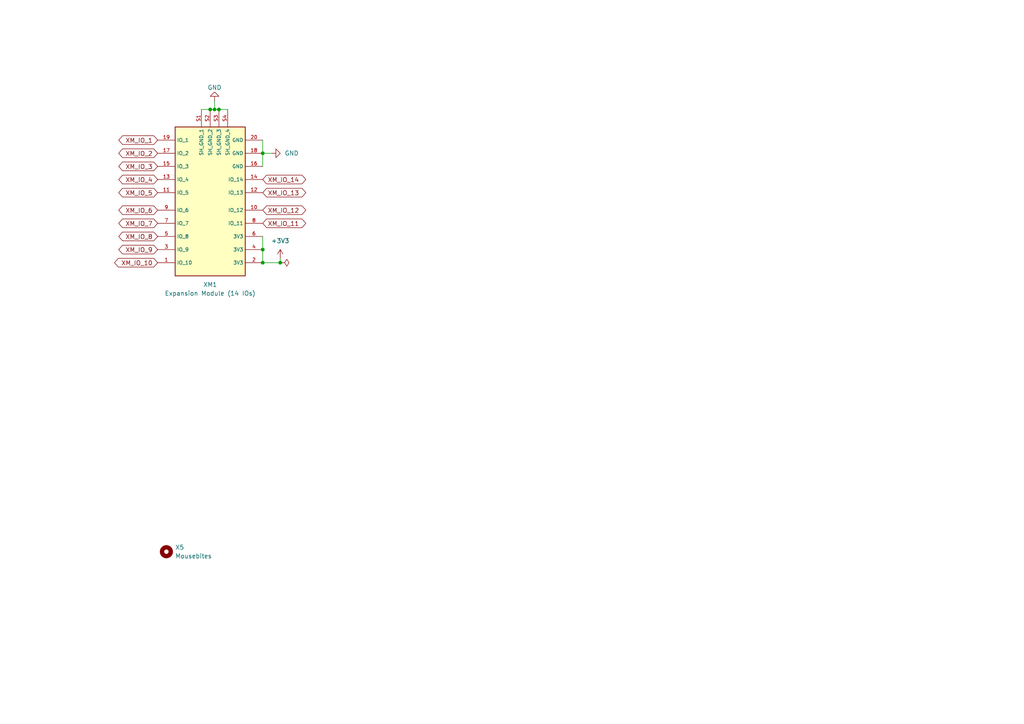
<source format=kicad_sch>
(kicad_sch (version 20231120) (generator "eeschema") (generator_version "8.0")
  (paper "A4")
  (lib_symbols
    (symbol "Mechanical:MountingHole" (pin_names (offset 1.016)) (exclude_from_sim yes) (in_bom no)
      (property "Reference" "H" (at 0 5.08 0))
      (property "Value" "MountingHole" (at 0 3.175 0))
      (symbol "MountingHole_0_1"
        (circle (center 0 0) (radius 1.27) (stroke (width 1.27)))
      )
    )
    (symbol "power:+3V3" (power) (pin_numbers hide) (pin_names (offset 0) hide)
      (property "Value" "+3V3" (at 0 3.556 0))
      (symbol "+3V3_0_1"
        (polyline (pts (xy -0.762 1.27) (xy 0 2.54)))
        (polyline (pts (xy 0 0) (xy 0 2.54)))
        (polyline (pts (xy 0 2.54) (xy 0.762 1.27)))
      )
      (symbol "+3V3_1_1"
        (pin power_in line (at 0 0 90) (length 0) (name "~") (number "1"))
      )
    )
    (symbol "power:GND" (power) (pin_numbers hide) (pin_names (offset 0) hide)
      (property "Value" "GND" (at 0 -3.81 0))
      (symbol "GND_0_1"
        (polyline (pts (xy 0 0) (xy 0 -1.27) (xy 1.27 -1.27) (xy 0 -2.54) (xy -1.27 -1.27) (xy 0 -1.27)))
      )
      (symbol "GND_1_1"
        (pin power_in line (at 0 0 270) (length 0) (name "~") (number "1"))
      )
    )
    (symbol "power:PWR_FLAG" (power) (pin_numbers hide) (pin_names (offset 0) hide)
      (property "Value" "PWR_FLAG" (at 0 3.81 0))
      (symbol "PWR_FLAG_0_0"
        (pin power_out line (at 0 0 90) (length 0) (name "~") (number "1"))
      )
      (symbol "PWR_FLAG_0_1"
        (polyline (pts (xy 0 0) (xy 0 1.27) (xy -1.016 1.905) (xy 0 2.54) (xy 1.016 1.905) (xy 0 1.27)))
      )
    )
    (symbol "xm:XM14_Expansion_Module_Plug"
      (property "Reference" "XM" (at -4.064 2.54 0))
      (property "Value" "Expansion Module (14 IOs)" (at -3.81 0.762 0))
      (symbol "XM14_Expansion_Module_Plug_0_0"
        (rectangle (start -21.59 11.43) (end 21.59 -8.89) (stroke (width 0.254)) (fill (type background)))
      )
      (symbol "XM14_Expansion_Module_Plug_1_0"
        (pin passive line (at -17.78 16.51 270) (length 5.08) (name "IO_10") (number "1"))
        (pin passive line (at -2.54 -13.97 90) (length 5.08) (name "IO_12") (number "10"))
        (pin passive line (at 2.54 16.51 270) (length 5.08) (name "IO_5") (number "11"))
        (pin passive line (at 2.54 -13.97 90) (length 5.08) (name "IO_13") (number "12"))
        (pin passive line (at 6.35 16.51 270) (length 5.08) (name "IO_4") (number "13"))
        (pin passive line (at 6.35 -13.97 90) (length 5.08) (name "IO_14") (number "14"))
        (pin passive line (at 10.16 16.51 270) (length 5.08) (name "IO_3") (number "15"))
        (pin passive line (at 10.16 -13.97 90) (length 5.08) (name "GND") (number "16"))
        (pin passive line (at 13.97 16.51 270) (length 5.08) (name "IO_2") (number "17"))
        (pin passive line (at 13.97 -13.97 90) (length 5.08) (name "GND") (number "18"))
        (pin passive line (at 17.78 16.51 270) (length 5.08) (name "IO_1") (number "19"))
        (pin passive line (at -17.78 -13.97 90) (length 5.08) (name "3V3") (number "2"))
        (pin passive line (at 17.78 -13.97 90) (length 5.08) (name "GND") (number "20"))
        (pin passive line (at -13.97 16.51 270) (length 5.08) (name "IO_9") (number "3"))
        (pin passive line (at -13.97 -13.97 90) (length 5.08) (name "3V3") (number "4"))
        (pin passive line (at -10.16 16.51 270) (length 5.08) (name "IO_8") (number "5"))
        (pin passive line (at -10.16 -13.97 90) (length 5.08) (name "3V3") (number "6"))
        (pin passive line (at -6.35 16.51 270) (length 5.08) (name "IO_7") (number "7"))
        (pin passive line (at -6.35 -13.97 90) (length 5.08) (name "IO_11") (number "8"))
        (pin passive line (at -2.54 16.51 270) (length 5.08) (name "IO_6") (number "9"))
        (pin passive line (at 26.67 3.81 180) (length 5.08) (name "SH_GND_1") (number "S1"))
        (pin passive line (at 26.67 1.27 180) (length 5.08) (name "SH_GND_2") (number "S2"))
        (pin passive line (at 26.67 -1.27 180) (length 5.08) (name "SH_GND_3") (number "S3"))
        (pin passive line (at 26.67 -3.81 180) (length 5.08) (name "SH_GND_4") (number "S4"))
      )
    )
  )
  (junction (at 76.2 44.45))
  (junction (at 62.23 31.75))
  (junction (at 63.5 31.75))
  (junction (at 60.96 31.75))
  (junction (at 76.2 76.2))
  (junction (at 81.28 76.2))
  (junction (at 76.2 72.39))
  (wire (pts (xy 60.96 31.75) (xy 62.23 31.75)))
  (wire (pts (xy 78.74 44.45) (xy 76.2 44.45)))
  (wire (pts (xy 76.2 72.39) (xy 76.2 76.2)))
  (wire (pts (xy 81.28 76.2) (xy 81.28 74.93)))
  (wire (pts (xy 58.42 31.75) (xy 60.96 31.75)))
  (wire (pts (xy 63.5 31.75) (xy 66.04 31.75)))
  (wire (pts (xy 62.23 31.75) (xy 63.5 31.75)))
  (wire (pts (xy 81.28 76.2) (xy 76.2 76.2)))
  (wire (pts (xy 62.23 29.21) (xy 62.23 31.75)))
  (wire (pts (xy 76.2 48.26) (xy 76.2 44.45)))
  (wire (pts (xy 76.2 68.58) (xy 76.2 72.39)))
  (wire (pts (xy 76.2 44.45) (xy 76.2 40.64)))
  (global_label "XM_IO_6" (shape bidirectional) (at 45.72 60.96 180) (property "Intersheetrefs" "${INTERSHEET_REFS}" (effects (hide yes))))
  (global_label "XM_IO_14" (shape bidirectional) (at 76.2 52.07 0) (property "Intersheetrefs" "${INTERSHEET_REFS}" (effects (hide yes))))
  (global_label "XM_IO_12" (shape bidirectional) (at 76.2 60.96 0) (property "Intersheetrefs" "${INTERSHEET_REFS}" (effects (hide yes))))
  (global_label "XM_IO_5" (shape bidirectional) (at 45.72 55.88 180) (property "Intersheetrefs" "${INTERSHEET_REFS}" (effects (hide yes))))
  (global_label "XM_IO_4" (shape bidirectional) (at 45.72 52.07 180) (property "Intersheetrefs" "${INTERSHEET_REFS}" (effects (hide yes))))
  (global_label "XM_IO_13" (shape bidirectional) (at 76.2 55.88 0) (property "Intersheetrefs" "${INTERSHEET_REFS}" (effects (hide yes))))
  (global_label "XM_IO_1" (shape bidirectional) (at 45.72 40.64 180) (property "Intersheetrefs" "${INTERSHEET_REFS}" (effects (hide yes))))
  (global_label "XM_IO_7" (shape bidirectional) (at 45.72 64.77 180) (property "Intersheetrefs" "${INTERSHEET_REFS}" (effects (hide yes))))
  (global_label "XM_IO_9" (shape bidirectional) (at 45.72 72.39 180) (property "Intersheetrefs" "${INTERSHEET_REFS}" (effects (hide yes))))
  (global_label "XM_IO_11" (shape bidirectional) (at 76.2 64.77 0) (property "Intersheetrefs" "${INTERSHEET_REFS}" (effects (hide yes))))
  (global_label "XM_IO_2" (shape bidirectional) (at 45.72 44.45 180) (property "Intersheetrefs" "${INTERSHEET_REFS}" (effects (hide yes))))
  (global_label "XM_IO_3" (shape bidirectional) (at 45.72 48.26 180) (property "Intersheetrefs" "${INTERSHEET_REFS}" (effects (hide yes))))
  (global_label "XM_IO_10" (shape bidirectional) (at 45.72 76.2 180) (property "Intersheetrefs" "${INTERSHEET_REFS}" (effects (hide yes))))
  (global_label "XM_IO_8" (shape bidirectional) (at 45.72 68.58 180) (property "Intersheetrefs" "${INTERSHEET_REFS}" (effects (hide yes))))
  (symbol (lib_id "power:GND") (at 62.23 29.21 0) (mirror x) (unit 1)
    (property "Reference" "#PWR07" (effects (hide yes)))
    (property "Value" "GND" (at 62.23 25.4 0))
    (property "Description" "Power symbol creates a global label with name \"GND\" , ground" (effects (hide yes)))
  )
  (symbol (lib_id "xm:XM14_Expansion_Module_Plug") (at 62.23 58.42 90) (unit 1)
    (property "Reference" "XM1" (at 60.96 82.55 90))
    (property "Value" "Expansion Module (14 IOs)" (at 60.96 85.09 90))
    (property "Footprint" "XM:XM14_Expansion_Module_Plug_And_Holes" (effects (hide yes)))
    (property "Datasheet" "https://www.hirose.com/en/product/document?clcode=&productname=&series=DF40&documenttype=Catalog&lang=en&documentid=en_DF40_CAT" (effects (hide yes)))
    (property "Description" "Goelzer Compute Module Expansion Module (XM)" (effects (hide yes)))
    (property "Mfgr" "Hirose" (effects (hide yes)))
    (property "MPN" "DF40C-20DP-0.4V(51)" (effects (hide yes)))
    (property "Digikey" "https://www.digikey.com/en/products/detail/hirose-electric-co-ltd/df40c-20dp-0-4v-51/1969479" (effects (hide yes)))
  )
  (symbol (lib_id "Mechanical:MountingHole") (at 48.26 160.02 0) (unit 1) (exclude_from_sim yes) (in_bom no)
    (property "Reference" "X5" (at 50.8 158.7499 0) (effects (justify left)))
    (property "Value" "Mousebites" (at 50.8 161.2899 0) (effects (justify left)))
    (property "Footprint" "Mousebites:mouse-bite-2.54mm-slot" (effects (hide yes)))
    (property "Description" "Mouse bites for board break" (effects (hide yes)))
  )
  (symbol (lib_id "power:GND") (at 78.74 44.45 90) (mirror x) (unit 1)
    (property "Reference" "#PWR03" (effects (hide yes)))
    (property "Value" "GND" (at 82.55 44.4501 90) (effects (justify right)))
    (property "Description" "Power symbol creates a global label with name \"GND\" , ground" (effects (hide yes)))
  )
  (symbol (lib_id "power:PWR_FLAG") (at 81.28 76.2 270) (unit 1)
    (property "Reference" "#FLG02" (effects (hide yes)))
    (property "Value" "PWR_FLAG" (effects (hide yes)))
    (property "Description" "Special symbol for telling ERC where power comes from" (effects (hide yes)))
  )
  (symbol (lib_id "power:+3V3") (at 81.28 74.93 0) (unit 1)
    (property "Reference" "#PWR06" (effects (hide yes)))
    (property "Value" "+3V3" (at 81.28 69.85 0))
    (property "Description" "Power symbol creates a global label with name \"+3V3\"" (effects (hide yes)))
  )
)
</source>
